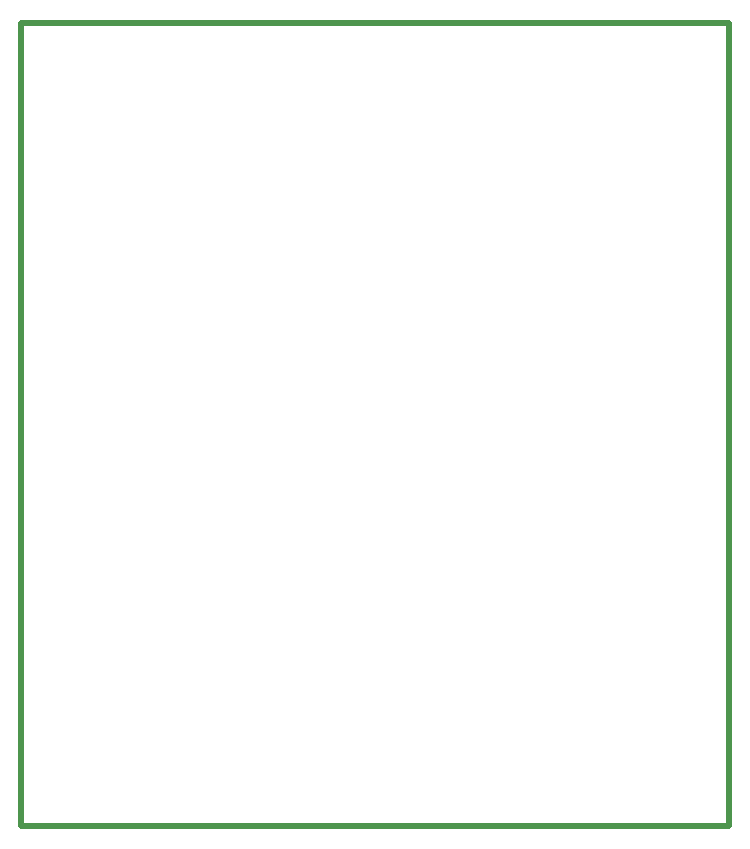
<source format=gbr>
%TF.GenerationSoftware,KiCad,Pcbnew,8.0.2-1*%
%TF.CreationDate,2024-05-28T19:32:54-07:00*%
%TF.ProjectId,BroncoSpaceRP2040,42726f6e-636f-4537-9061-636552503230,rev?*%
%TF.SameCoordinates,Original*%
%TF.FileFunction,Profile,NP*%
%FSLAX46Y46*%
G04 Gerber Fmt 4.6, Leading zero omitted, Abs format (unit mm)*
G04 Created by KiCad (PCBNEW 8.0.2-1) date 2024-05-28 19:32:54*
%MOMM*%
%LPD*%
G01*
G04 APERTURE LIST*
%TA.AperFunction,Profile*%
%ADD10C,0.500000*%
%TD*%
G04 APERTURE END LIST*
D10*
X0Y68000000D02*
X60000000Y68000000D01*
X60000000Y0D01*
X0Y0D01*
X0Y68000000D01*
M02*

</source>
